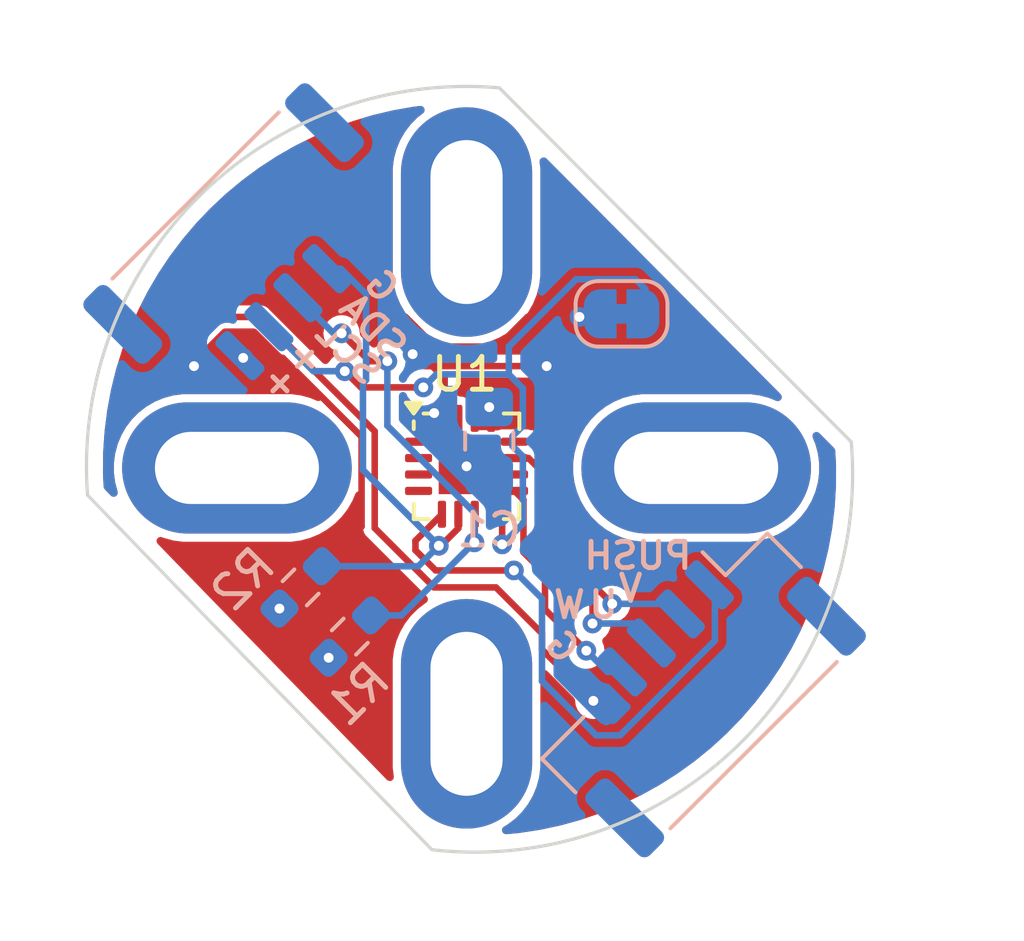
<source format=kicad_pcb>
(kicad_pcb (version 20240108) (generator "pcbnew") (generator_version "8.0")
  (layers (0 "F.Cu" signal) (31 "B.Cu" signal) (34 "B.Paste" user) (35 "F.Paste" user) (36 "B.SilkS" user "B.Silkscreen") (37 "F.SilkS" user "F.Silkscreen") (38 "B.Mask" user) (39 "F.Mask" user) (44 "Edge.Cuts" user))
  (net 0 "")
  (net 1 "+5V")
  (net 2 "GND")
  (net 3 "/SCL{slash}CLK")
  (net 4 "/SDA{slash}DO")
  (net 5 "/VDD{slash}CSN")
  (net 7 "Net-(J2-Pin_1)")
  (net 10 "Net-(J2-Pin_2)")
  (net 11 "Net-(J2-Pin_3)")
  (net 15 "Net-(J2-Pin_4)")
  (footprint "Package_DFN_QFN:QFN-16-1EP_3x3mm_P0.5mm_EP1.7x1.7mm" (layer "F.Cu") (at 146.308345 96.055687)
    (property "Reference" "U1" (at -0.058345 -2.805687 0) (layer "F.SilkS"))
    (property "Value" "MT6701QT")
    (fp_line (start -1.61 -1.135) (end -1.61 -1.37) (stroke (width 0.12)) (layer "F.SilkS"))
    (fp_line (start -1.61 1.61) (end -1.61 1.135) (stroke (width 0.12)) (layer "F.SilkS"))
    (fp_line (start -1.135 -1.61) (end -1.31 -1.61) (stroke (width 0.12)) (layer "F.SilkS"))
    (fp_line (start -1.135 1.61) (end -1.61 1.61) (stroke (width 0.12)) (layer "F.SilkS"))
    (fp_line (start 1.135 -1.61) (end 1.61 -1.61) (stroke (width 0.12)) (layer "F.SilkS"))
    (fp_line (start 1.135 1.61) (end 1.61 1.61) (stroke (width 0.12)) (layer "F.SilkS"))
    (fp_line (start 1.61 -1.61) (end 1.61 -1.135) (stroke (width 0.12)) (layer "F.SilkS"))
    (fp_line (start 1.61 1.61) (end 1.61 1.135) (stroke (width 0.12)) (layer "F.SilkS"))
    (fp_poly (pts (xy -1.61 -1.61) (xy -1.85 -1.94) (xy -1.37 -1.94) (xy -1.61 -1.61)) (stroke (width 0.12)) (fill solid) (layer "F.SilkS"))
    (pad "1" smd roundrect (at -1.4625 -0.75) (size 0.825 0.25) (layers "F.Cu" "F.Paste" "F.Mask"))
    (pad "2" smd roundrect (at -1.4625 -0.25) (size 0.825 0.25) (layers "F.Cu" "F.Paste" "F.Mask"))
    (pad "3" smd roundrect (at -1.4625 0.25) (size 0.825 0.25) (layers "F.Cu" "F.Paste" "F.Mask"))
    (pad "4" smd roundrect (at -1.4625 0.75) (size 0.825 0.25) (layers "F.Cu" "F.Paste" "F.Mask"))
    (pad "5" smd roundrect (at -0.75 1.4625) (size 0.25 0.825) (layers "F.Cu" "F.Paste" "F.Mask") (net 7 "Net-(J2-Pin_1)"))
    (pad "6" smd roundrect (at -0.25 1.4625) (size 0.25 0.825) (layers "F.Cu" "F.Paste" "F.Mask") (net 4 "/SDA{slash}DO"))
    (pad "7" smd roundrect (at 0.25 1.4625) (size 0.25 0.825) (layers "F.Cu" "F.Paste" "F.Mask") (net 3 "/SCL{slash}CLK"))
    (pad "8" smd roundrect (at 0.75 1.4625) (size 0.25 0.825) (layers "F.Cu" "F.Paste" "F.Mask") (net 5 "/VDD{slash}CSN"))
    (pad "9" smd roundrect (at 1.4625 0.75) (size 0.825 0.25) (layers "F.Cu" "F.Paste" "F.Mask") (net 15 "Net-(J2-Pin_4)"))
    (pad "10" smd roundrect (at 1.4625 0.25) (size 0.825 0.25) (layers "F.Cu" "F.Paste" "F.Mask"))
    (pad "11" smd roundrect (at 1.4625 -0.25) (size 0.825 0.25) (layers "F.Cu" "F.Paste" "F.Mask") (net 11 "Net-(J2-Pin_3)"))
    (pad "12" smd roundrect (at 1.4625 -0.75) (size 0.825 0.25) (layers "F.Cu" "F.Paste" "F.Mask") (net 10 "Net-(J2-Pin_2)"))
    (pad "13" smd roundrect (at 0.75 -1.4625) (size 0.25 0.825) (layers "F.Cu" "F.Paste" "F.Mask") (net 1 "+5V"))
    (pad "14" smd roundrect (at 0.25 -1.4625) (size 0.25 0.825) (layers "F.Cu" "F.Paste" "F.Mask") (net 1 "+5V"))
    (pad "15" smd roundrect (at -0.25 -1.4625) (size 0.25 0.825) (layers "F.Cu" "F.Paste" "F.Mask"))
    (pad "16" smd roundrect (at -0.75 -1.4625) (size 0.25 0.825) (layers "F.Cu" "F.Paste" "F.Mask") (net 2 "GND"))
    (pad "17" smd rect (at 0 0) (size 1.7 1.7) (property pad_prop_heatsink) (layers "F.Cu" "F.Mask") (net 2 "GND"))
  )
  (footprint "Connector_JST:JST_GH_SM05B-GHS-TB_1x05-1MP_P1.25mm_Horizontal" (layer "B.Cu") (at 139.858345 89.605687 45)
    (property "Reference" "J1" (hide yes))
    (property "Value" "Conn_01x05_Pin")
    (fp_line (start 3.59 -2.56) (end -3.59 -2.56) (stroke (width 0.12)) (layer "B.SilkS"))
    (pad "1" smd roundrect (at -2.499999 1.85 45) (size 0.6 1.7) (layers "B.Cu" "B.Paste" "B.Mask") (net 1 "+5V"))
    (pad "2" smd roundrect (at -1.25 1.85 45) (size 0.6 1.7) (layers "B.Cu" "B.Paste" "B.Mask") (net 5 "/VDD{slash}CSN"))
    (pad "3" smd roundrect (at 0 1.850001 45) (size 0.6 1.7) (layers "B.Cu" "B.Paste" "B.Mask") (net 3 "/SCL{slash}CLK"))
    (pad "4" smd roundrect (at 1.25 1.85 45) (size 0.6 1.7) (layers "B.Cu" "B.Paste" "B.Mask") (net 4 "/SDA{slash}DO"))
    (pad "5" smd roundrect (at 2.499999 1.85 45) (size 0.6 1.7) (layers "B.Cu" "B.Paste" "B.Mask") (net 2 "GND"))
    (pad "MP" smd roundrect (at -4.35 -1.35 45) (size 1 2.7) (layers "B.Cu" "B.Paste" "B.Mask"))
    (pad "MP" smd roundrect (at 4.35 -1.35 45) (size 1 2.7) (layers "B.Cu" "B.Paste" "B.Mask"))
  )
  (footprint "Resistor_SMD:R_0603_1608Metric_Pad0.98x0.95mm_HandSolder" (layer "B.Cu") (at 142.75 101.25 45)
    (property "Reference" "R1" (at -1.06066 1.414214 45) (layer "B.SilkS") (effects (justify mirror)))
    (property "Value" "5K")
    (fp_line (start 0.254724 -0.5225) (end -0.254724 -0.5225) (stroke (width 0.12)) (layer "B.SilkS"))
    (fp_line (start 0.254724 0.5225) (end -0.254724 0.5225) (stroke (width 0.12)) (layer "B.SilkS"))
    (pad "1" smd roundrect (at -0.9125 0 45) (size 0.975 0.95) (layers "B.Cu" "B.Paste" "B.Mask") (net 1 "+5V"))
    (pad "2" smd roundrect (at 0.9125 0 45) (size 0.975 0.95) (layers "B.Cu" "B.Paste" "B.Mask") (net 3 "/SCL{slash}CLK"))
  )
  (footprint "Capacitor_SMD:C_0805_2012Metric_Pad1.18x1.45mm_HandSolder" (layer "B.Cu") (at 147 95.2875 -90)
    (property "Reference" "C1" (at 2.7125 0 180) (layer "B.SilkS") (effects (justify mirror)))
    (property "Value" "100nF")
    (fp_line (start 0.261252 0.735) (end -0.261252 0.735) (stroke (width 0.12)) (layer "B.SilkS"))
    (fp_line (start 0.261252 -0.735) (end -0.261252 -0.735) (stroke (width 0.12)) (layer "B.SilkS"))
    (pad "1" smd roundrect (at -1.0375 0 270) (size 1.175 1.45) (layers "B.Cu" "B.Paste" "B.Mask") (roundrect_rratio 0.212766) (net 1 "+5V"))
    (pad "2" smd roundrect (at 1.0375 0 270) (size 1.175 1.45) (layers "B.Cu" "B.Paste" "B.Mask") (roundrect_rratio 0.212766) (net 2 "GND"))
  )
  (footprint "Resistor_SMD:R_0603_1608Metric_Pad0.98x0.95mm_HandSolder" (layer "B.Cu") (at 141.25 99.75 45)
    (property "Reference" "R2" (at -1.06066 -1.414214 45) (layer "B.SilkS") (effects (justify mirror)))
    (property "Value" "5K")
    (fp_line (start 0.254724 -0.5225) (end -0.254724 -0.5225) (stroke (width 0.12)) (layer "B.SilkS"))
    (fp_line (start 0.254724 0.5225) (end -0.254724 0.5225) (stroke (width 0.12)) (layer "B.SilkS"))
    (pad "1" smd roundrect (at -0.9125 0 45) (size 0.975 0.95) (layers "B.Cu" "B.Paste" "B.Mask") (net 1 "+5V"))
    (pad "2" smd roundrect (at 0.9125 0 45) (size 0.975 0.95) (layers "B.Cu" "B.Paste" "B.Mask") (net 4 "/SDA{slash}DO"))
  )
  (footprint "Jumper:SolderJumper-2_P1.3mm_Bridged_RoundedPad1.0x1.5mm" (layer "B.Cu") (at 151.033345 91.405687 180)
    (property "Reference" "JP1" (hide yes))
    (property "Value" "SolderJumper_2_Open")
    (fp_poly (pts (xy 0.25 0.3) (xy -0.25 0.3) (xy -0.25 -0.3) (xy 0.25 -0.3)) (fill solid) (layer "B.Cu"))
    (fp_line (start 1.4 -0.3) (end 1.4 0.3) (stroke (width 0.12)) (layer "B.SilkS"))
    (fp_line (start 0.7 1) (end -0.7 1) (stroke (width 0.12)) (layer "B.SilkS"))
    (fp_line (start -0.7 -1) (end 0.7 -1) (stroke (width 0.12)) (layer "B.SilkS"))
    (fp_line (start -1.4 0.3) (end -1.4 -0.3) (stroke (width 0.12)) (layer "B.SilkS"))
    (fp_arc (start 1.4 0.3) (mid 1.194975 0.794975) (end 0.7 1) (stroke (width 0.12)) (layer "B.SilkS"))
    (fp_arc (start 0.7 -1) (mid 1.194975 -0.794975) (end 1.4 -0.3) (stroke (width 0.12)) (layer "B.SilkS"))
    (fp_arc (start -0.7 1) (mid -1.194975 0.794975) (end -1.4 0.3) (stroke (width 0.12)) (layer "B.SilkS"))
    (fp_arc (start -1.4 -0.3) (mid -1.194975 -0.794975) (end -0.7 -1) (stroke (width 0.12)) (layer "B.SilkS"))
    (pad "1" smd custom (at -0.65 0 180) (size 1 0.5) (layers "B.Cu" "B.Mask") (net 5 "/VDD{slash}CSN") (options (clearance outline) (anchor rect)) (primitives (gr_circle (center 0 -0.25) (end 0.5 -0.25) (width 0) (fill yes)) (gr_circle (center 0 0.25) (end 0.5 0.25) (width 0) (fill yes)) (gr_poly (pts (xy 0.5 -0.75) (xy 0 -0.75) (xy 0 0.75) (xy 0.5 0.75)) (width 0) (fill yes))))
    (pad "2" smd custom (at 0.65 0 180) (size 1 0.5) (layers "B.Cu" "B.Mask") (net 1 "+5V") (options (clearance outline) (anchor rect)) (primitives (gr_circle (center 0 -0.25) (end 0.5 -0.25) (width 0) (fill yes)) (gr_circle (center 0 0.25) (end 0.5 0.25) (width 0) (fill yes)) (gr_poly (pts (xy 0 -0.75) (xy -0.5 -0.75) (xy -0.5 0.75) (xy 0 0.75)) (width 0) (fill yes))))
  )
  (footprint "Sharkbite:18XX-20XX Motor" (layer "B.Cu") (at 146.308345 96.105687 180)
    (property "Reference" "REF**" (hide yes))
    (property "Value" "18XX-20XX Motor" (hide yes))
    (pad "1" thru_hole oval (at -7 0 90) (size 4 7) (drill oval 2.2 5) (layers "*.Cu" "*.Mask"))
    (pad "1" thru_hole oval (at 0 -7.5) (size 4 7) (drill oval 2.2 5) (layers "*.Cu" "*.Mask"))
    (pad "1" thru_hole oval (at 0 7.5) (size 4 7) (drill oval 2.2 5) (layers "*.Cu" "*.Mask"))
    (pad "1" thru_hole oval (at 7 0 90) (size 4 7) (drill oval 2.2 5) (layers "*.Cu" "*.Mask"))
  )
  (footprint "Connector_JST:JST_GH_SM05B-GHS-TB_1x05-1MP_P1.25mm_Horizontal" (layer "B.Cu") (at 153.25 102.75 -135)
    (property "Reference" "J2" (hide yes))
    (property "Value" "Conn_01x05_Pin")
    (fp_line (start 4.86 1.710001) (end 4.86 0.26) (stroke (width 0.12)) (layer "B.SilkS"))
    (fp_line (start 3.06 1.71) (end 4.86 1.710001) (stroke (width 0.12)) (layer "B.SilkS"))
    (fp_line (start 3.59 -2.56) (end -3.59 -2.56) (stroke (width 0.12)) (layer "B.SilkS"))
    (fp_line (start -3.06 2.7) (end -3.06 1.71) (stroke (width 0.12)) (layer "B.SilkS"))
    (fp_line (start -3.06 1.71) (end -4.86 1.710001) (stroke (width 0.12)) (layer "B.SilkS"))
    (fp_line (start -4.86 1.710001) (end -4.86 0.26) (stroke (width 0.12)) (layer "B.SilkS"))
    (pad "1" smd roundrect (at -2.499999 1.85 225) (size 0.6 1.7) (layers "B.Cu" "B.Paste" "B.Mask") (net 7 "Net-(J2-Pin_1)"))
    (pad "2" smd roundrect (at -1.25 1.85 225) (size 0.6 1.7) (layers "B.Cu" "B.Paste" "B.Mask") (net 10 "Net-(J2-Pin_2)"))
    (pad "3" smd roundrect (at 0 1.850001 225) (size 0.6 1.7) (layers "B.Cu" "B.Paste" "B.Mask") (net 11 "Net-(J2-Pin_3)"))
    (pad "4" smd roundrect (at 1.25 1.85 225) (size 0.6 1.7) (layers "B.Cu" "B.Paste" "B.Mask") (net 15 "Net-(J2-Pin_4)"))
    (pad "5" smd roundrect (at 2.499999 1.85 225) (size 0.6 1.7) (layers "B.Cu" "B.Paste" "B.Mask") (net 2 "GND"))
    (pad "MP" smd roundrect (at -4.35 -1.35 225) (size 1 2.7) (layers "B.Cu" "B.Paste" "B.Mask"))
    (pad "MP" smd roundrect (at 4.35 -1.35 225) (size 1 2.7) (layers "B.Cu" "B.Paste" "B.Mask"))
  )
  (gr_line (start 134.755372 96.938165) (end 145.25 107.75) (stroke (width 0.1)) (layer "Edge.Cuts"))
  (gr_arc (start 158.034221 95.311536) (mid 154.590999 104.561628) (end 145.25 107.75) (stroke (width 0.1)) (layer "Edge.Cuts"))
  (gr_arc (start 134.755372 96.938165) (mid 138.157155 87.821121) (end 147.308345 84.512293) (stroke (width 0.1)) (layer "Edge.Cuts"))
  (gr_line (start 147.308345 84.512292) (end 158.034221 95.311536) (stroke (width 0.1)) (layer "Edge.Cuts"))
  (gr_text "PUSH\n" (at 153.25 99.25 0) (layer "B.SilkS") (effects (font (size 0.8 0.8) (thickness 0.15) (bold yes)) (justify left bottom mirror)))
  (gr_text "W" (at 150 100.75 0) (layer "B.SilkS") (effects (font (size 0.8 0.8) (thickness 0.15) (bold yes)) (justify left bottom mirror)))
  (gr_text "U" (at 151 100.75 0) (layer "B.SilkS") (effects (font (size 0.8 0.8) (thickness 0.15) (bold yes)) (justify left bottom mirror)))
  (gr_text "G" (at 149.25 102.25 315) (layer "B.SilkS") (effects (font (size 0.8 0.8) (thickness 0.15) (bold yes)) (justify left bottom mirror)))
  (gr_text "SDA" (at 144 93 315) (layer "B.SilkS") (effects (font (size 0.8 0.8) (thickness 0.15) (bold yes)) (justify left bottom mirror)))
  (gr_text "SCL" (at 143.25 93.75 315) (layer "B.SilkS") (effects (font (size 0.8 0.8) (thickness 0.15) (bold yes)) (justify left bottom mirror)))
  (gr_text "V" (at 151.75 100.25 0) (layer "B.SilkS") (effects (font (size 0.8 0.8) (thickness 0.15) (bold yes)) (justify left bottom mirror)))
  (gr_text "+" (at 141.5 93.5 315) (layer "B.SilkS") (effects (font (size 0.8 0.8) (thickness 0.15) (bold yes)) (justify left bottom mirror)))
  (gr_text "+" (at 140.75 94.25 315) (layer "B.SilkS") (effects (font (size 0.8 0.8) (thickness 0.15) (bold yes)) (justify left bottom mirror)))
  (gr_text "G" (at 143.75 91.25 315) (layer "B.SilkS") (effects (font (size 0.8 0.8) (thickness 0.15) (bold yes)) (justify left bottom mirror)))
  (segment (start 147 94.25) (end 147 94.534842) (width 0.2) (layer "F.Cu") (net 1))
  (segment (start 149.75 91.5) (end 148.166723 91.5) (width 0.2) (layer "F.Cu") (net 1))
  (segment (start 147 94.534842) (end 147.058345 94.593187) (width 0.2) (layer "F.Cu") (net 1))
  (segment (start 140.604765 100.395235) (end 143.108345 97.891655) (width 0.2) (layer "F.Cu") (net 1))
  (segment (start 147.261036 92.405687) (end 145.355654 92.405687) (width 0.2) (layer "F.Cu") (net 1))
  (segment (start 145.355654 92.405687) (end 144.449967 91.5) (width 0.2) (layer "F.Cu") (net 1))
  (segment (start 147 94.25) (end 146.901532 94.25) (width 0.2) (layer "F.Cu") (net 1))
  (segment (start 148.166723 91.5) (end 147.261036 92.405687) (width 0.2) (layer "F.Cu") (net 1))
  (segment (start 144.449967 91.5) (end 144 91.5) (width 0.2) (layer "F.Cu") (net 1))
  (segment (start 143.108345 95.152996) (end 140.705349 92.75) (width 0.2) (layer "F.Cu") (net 1))
  (segment (start 146.901532 94.25) (end 146.558345 94.593187) (width 0.2) (layer "F.Cu") (net 1))
  (segment (start 143.108345 97.891655) (end 143.108345 95.152996) (width 0.2) (layer "F.Cu") (net 1))
  (segment (start 140.705349 92.75) (end 139.5 92.75) (width 0.2) (layer "F.Cu") (net 1))
  (via (at 142.104765 101.895235) (size 0.6) (drill 0.3) (layers "F.Cu" "B.Cu") (net 1))
  (via (at 147 94.25) (size 0.6) (drill 0.3) (layers "F.Cu" "B.Cu") (net 1))
  (via (at 149.75 91.5) (size 0.6) (drill 0.3) (layers "F.Cu" "B.Cu") (net 1))
  (via (at 139.5 92.75) (size 0.6) (drill 0.3) (layers "F.Cu" "B.Cu") (net 1))
  (via (at 140.604765 100.395235) (size 0.6) (drill 0.3) (layers "F.Cu" "B.Cu") (net 1))
  (segment (start 148.608345 101.643878) (end 148.608345 101.152996) (width 0.2) (layer "F.Cu") (net 2))
  (segment (start 148.608345 101.152996) (end 147.205349 99.75) (width 0.2) (layer "F.Cu") (net 2))
  (segment (start 150.174086 103.209619) (end 148.608345 101.643878) (width 0.2) (layer "F.Cu") (net 2))
  (segment (start 145.321768 94.237105) (end 145.321768 94.431721) (width 0.2) (layer "F.Cu") (net 2))
  (segment (start 143.508345 94.98731) (end 140.510518 91.989482) (width 0.2) (layer "F.Cu") (net 2))
  (segment (start 147.205349 99.75) (end 145.319009 99.75) (width 0.2) (layer "F.Cu") (net 2))
  (segment (start 145.640857 93.918016) (end 145.321768 94.237105) (width 0.2) (layer "F.Cu") (net 2))
  (segment (start 144.665197 92.634469) (end 144.895788 92.634469) (width 0.2) (layer "F.Cu") (net 2))
  (segment (start 145.030728 93) (end 144.665197 92.634469) (width 0.2) (layer "F.Cu") (net 2))
  (segment (start 145.640857 93.379538) (end 145.640857 93.918016) (width 0.2) (layer "F.Cu") (net 2))
  (segment (start 140.021036 91.5) (end 138.75 91.5) (width 0.2) (layer "F.Cu") (net 2))
  (segment (start 145.319009 99.75) (end 143.508345 97.939336) (width 0.2) (layer "F.Cu") (net 2))
  (segment (start 140.510518 91.989482) (end 140.021036 91.5) (width 0.2) (layer "F.Cu") (net 2))
  (segment (start 148.75 93) (end 145.030728 93) (width 0.2) (layer "F.Cu") (net 2))
  (segment (start 138.75 91.5) (end 138 92.25) (width 0.2) (layer "F.Cu") (net 2))
  (segment (start 146.308345 96.055687) (end 145.558345 95.305687) (width 0.2) (layer "F.Cu") (net 2))
  (segment (start 143.508345 97.939336) (end 143.508345 94.98731) (width 0.2) (layer "F.Cu") (net 2))
  (segment (start 138 92.25) (end 138 93) (width 0.2) (layer "F.Cu") (net 2))
  (segment (start 145.558345 95.305687) (end 145.558345 94.593187) (width 0.2) (layer "F.Cu") (net 2))
  (segment (start 144.895788 92.634469) (end 145.640857 93.379538) (width 0.2) (layer "F.Cu") (net 2))
  (via (at 150.174086 103.209619) (size 0.6) (drill 0.3) (layers "F.Cu" "B.Cu") (net 2))
  (via (at 144.665197 92.634469) (size 0.6) (drill 0.3) (layers "F.Cu" "B.Cu") (net 2))
  (via (at 146.308345 96.055687) (size 0.6) (drill 0.3) (layers "F.Cu" "B.Cu") (net 2))
  (via (at 145.321768 94.431721) (size 0.6) (drill 0.3) (layers "F.Cu" "B.Cu") (net 2))
  (via (at 148.75 93) (size 0.6) (drill 0.3) (layers "F.Cu" "B.Cu") (net 2))
  (via (at 138 93) (size 0.6) (drill 0.3) (layers "F.Cu" "B.Cu") (net 2))
  (segment (start 146.558345 97.518187) (end 146.558345 98.364313) (width 0.2) (layer "F.Cu") (net 3))
  (segment (start 146.558345 98.364313) (end 146.545949 98.376709) (width 0.2) (layer "F.Cu") (net 3))
  (segment (start 142.5 92) (end 143.34966 92.84966) (width 0.2) (layer "F.Cu") (net 3))
  (segment (start 143.34966 92.84966) (end 143.894142 92.84966) (width 0.2) (layer "F.Cu") (net 3))
  (via (at 143.894142 92.84966) (size 0.6) (drill 0.3) (layers "F.Cu" "B.Cu") (net 3))
  (via (at 146.545949 98.376709) (size 0.6) (drill 0.3) (layers "F.Cu" "B.Cu") (net 3))
  (via (at 142.5 92) (size 0.6) (drill 0.3) (layers "F.Cu" "B.Cu") (net 3))
  (segment (start 142.5 92) (end 142.252658 92) (width 0.2) (layer "B.Cu") (net 3))
  (segment (start 143.894142 94.816386) (end 143.894142 92.84966) (width 0.2) (layer "B.Cu") (net 3))
  (segment (start 142.252658 92) (end 141.166493 90.913835) (width 0.2) (layer "B.Cu") (net 3))
  (segment (start 144.317893 100.604765) (end 146.545949 98.376709) (width 0.2) (layer "B.Cu") (net 3))
  (segment (start 143.395235 100.604765) (end 144.317893 100.604765) (width 0.2) (layer "B.Cu") (net 3))
  (segment (start 146.545949 98.376709) (end 146.545949 97.468193) (width 0.2) (layer "B.Cu") (net 3))
  (segment (start 146.545949 97.468193) (end 143.894142 94.816386) (width 0.2) (layer "B.Cu") (net 3))
  (segment (start 146.058345 97.518187) (end 146.058345 97.945073) (width 0.2) (layer "F.Cu") (net 4))
  (segment (start 146.058345 97.945073) (end 145.524027 98.479391) (width 0.2) (layer "F.Cu") (net 4))
  (segment (start 145.524027 98.479391) (end 145.462615 98.479391) (width 0.2) (layer "F.Cu") (net 4))
  (via (at 145.462615 98.479391) (size 0.6) (drill 0.3) (layers "F.Cu" "B.Cu") (net 4))
  (segment (start 143.15 93.519239) (end 143.15 96.166776) (width 0.2) (layer "B.Cu") (net 4))
  (segment (start 143.15 96.166776) (end 145.462615 98.479391) (width 0.2) (layer "B.Cu") (net 4))
  (segment (start 141.895235 99.104765) (end 144.837241 99.104765) (width 0.2) (layer "B.Cu") (net 4))
  (segment (start 144.837241 99.104765) (end 145.462615 98.479391) (width 0.2) (layer "B.Cu") (net 4))
  (segment (start 142.050376 90.029951) (end 142.47464 90.029951) (width 0.2) (layer "B.Cu") (net 4))
  (segment (start 142.47464 90.029951) (end 143.245137 90.800448) (width 0.2) (layer "B.Cu") (net 4))
  (segment (start 143.245137 93.424102) (end 143.15 93.519239) (width 0.2) (layer "B.Cu") (net 4))
  (segment (start 143.245137 90.800448) (end 143.245137 93.424102) (width 0.2) (layer "B.Cu") (net 4))
  (segment (start 142.595137 93.154863) (end 143.089051 93.648777) (width 0.2) (layer "F.Cu") (net 5))
  (segment (start 147.393729 97.853571) (end 147.393729 98.438143) (width 0.2) (layer "F.Cu") (net 5))
  (segment (start 143.089051 93.648777) (end 144.990857 93.648777) (width 0.2) (layer "F.Cu") (net 5))
  (segment (start 147.058345 97.518187) (end 147.393729 97.853571) (width 0.2) (layer "F.Cu") (net 5))
  (via (at 142.595137 93.154863) (size 0.6) (drill 0.3) (layers "F.Cu" "B.Cu") (net 5))
  (via (at 147.393729 98.438143) (size 0.6) (drill 0.3) (layers "F.Cu" "B.Cu") (net 5))
  (via (at 144.990857 93.648777) (size 0.6) (drill 0.3) (layers "F.Cu" "B.Cu") (net 5))
  (segment (start 148.025 97.806872) (end 147.393729 98.438143) (width 0.2) (layer "B.Cu") (net 5))
  (segment (start 151.458345 90.350687) (end 149.649313 90.350687) (width 0.2) (layer "B.Cu") (net 5))
  (segment (start 140.282609 91.797718) (end 141.639754 93.154863) (width 0.2) (layer "B.Cu") (net 5))
  (segment (start 148.025 95.752756) (end 148.025 97.806872) (width 0.2) (layer "B.Cu") (net 5))
  (segment (start 149.649313 90.350687) (end 147.597244 92.402756) (width 0.2) (layer "B.Cu") (net 5))
  (segment (start 148.025 94.822244) (end 147.709744 95.1375) (width 0.2) (layer "B.Cu") (net 5))
  (segment (start 151.758345 91.405687) (end 151.758345 90.650687) (width 0.2) (layer "B.Cu") (net 5))
  (segment (start 147.597244 92.402756) (end 147.597244 93.25) (width 0.2) (layer "B.Cu") (net 5))
  (segment (start 147.709744 95.4375) (end 148.025 95.752756) (width 0.2) (layer "B.Cu") (net 5))
  (segment (start 148.025 93.677756) (end 148.025 94.822244) (width 0.2) (layer "B.Cu") (net 5))
  (segment (start 147.709744 95.1375) (end 147.709744 95.4375) (width 0.2) (layer "B.Cu") (net 5))
  (segment (start 147.597244 93.25) (end 145.389634 93.25) (width 0.2) (layer "B.Cu") (net 5))
  (segment (start 147.597244 93.25) (end 148.025 93.677756) (width 0.2) (layer "B.Cu") (net 5))
  (segment (start 145.389634 93.25) (end 144.990857 93.648777) (width 0.2) (layer "B.Cu") (net 5))
  (segment (start 141.639754 93.154863) (end 142.595137 93.154863) (width 0.2) (layer "B.Cu") (net 5))
  (segment (start 151.758345 90.650687) (end 151.458345 90.350687) (width 0.2) (layer "B.Cu") (net 5))
  (segment (start 145.366572 99.231877) (end 144.75 98.615305) (width 0.2) (layer "F.Cu") (net 7))
  (segment (start 147.751975 99.231877) (end 145.366572 99.231877) (width 0.2) (layer "F.Cu") (net 7))
  (segment (start 144.75 98.326532) (end 145.558345 97.518187) (width 0.2) (layer "F.Cu") (net 7))
  (segment (start 144.75 98.615305) (end 144.75 98.326532) (width 0.2) (layer "F.Cu") (net 7))
  (via (at 147.751975 99.231877) (size 0.6) (drill 0.3) (layers "F.Cu" "B.Cu") (net 7))
  (segment (start 150.986402 104.263598) (end 153.879715 101.370285) (width 0.2) (layer "B.Cu") (net 7))
  (segment (start 150.263598 104.263598) (end 150.986402 104.263598) (width 0.2) (layer "B.Cu") (net 7))
  (segment (start 153.879715 99.844182) (end 153.709619 99.674086) (width 0.2) (layer "B.Cu") (net 7))
  (segment (start 148.608345 100.088247) (end 148.608345 102.608345) (width 0.2) (layer "B.Cu") (net 7))
  (segment (start 153.879715 101.370285) (end 153.879715 99.844182) (width 0.2) (layer "B.Cu") (net 7))
  (segment (start 148.608345 102.608345) (end 150.263598 104.263598) (width 0.2) (layer "B.Cu") (net 7))
  (segment (start 147.751975 99.231877) (end 148.608345 100.088247) (width 0.2) (layer "B.Cu") (net 7))
  (segment (start 148.263417 95.305687) (end 148.9 95.94227) (width 0.2) (layer "F.Cu") (net 10))
  (segment (start 148.9 95.94227) (end 148.9 98.4) (width 0.2) (layer "F.Cu") (net 10))
  (segment (start 148.9 98.4) (end 150.75 100.25) (width 0.2) (layer "F.Cu") (net 10))
  (segment (start 147.770845 95.305687) (end 148.263417 95.305687) (width 0.2) (layer "F.Cu") (net 10))
  (via (at 150.75 100.25) (size 0.6) (drill 0.3) (layers "F.Cu" "B.Cu") (net 10))
  (segment (start 152.517767 100.25) (end 152.825736 100.557969) (width 0.2) (layer "B.Cu") (net 10))
  (segment (start 150.75 100.25) (end 152.517767 100.25) (width 0.2) (layer "B.Cu") (net 10))
  (segment (start 148.197731 95.805687) (end 148.5 96.107956) (width 0.2) (layer "F.Cu") (net 11))
  (segment (start 148.5 98.565686) (end 150.148957 100.214643) (width 0.2) (layer "F.Cu") (net 11))
  (segment (start 148.5 96.107956) (end 148.5 98.565686) (width 0.2) (layer "F.Cu") (net 11))
  (segment (start 147.770845 95.805687) (end 148.197731 95.805687) (width 0.2) (layer "F.Cu") (net 11))
  (segment (start 150.148957 100.214643) (end 150.148957 100.851043) (width 0.2) (layer "F.Cu") (net 11))
  (via (at 150.148957 100.851043) (size 0.6) (drill 0.3) (layers "F.Cu" "B.Cu") (net 11))
  (segment (start 151.351043 100.851043) (end 150.148957 100.851043) (width 0.2) (layer "B.Cu") (net 11))
  (segment (start 151.941852 101.441852) (end 151.351043 100.851043) (width 0.2) (layer "B.Cu") (net 11))
  (segment (start 148.043729 97.078571) (end 148.043729 98.675101) (width 0.2) (layer "F.Cu") (net 15))
  (segment (start 148.043729 98.675101) (end 148.700001 99.331373) (width 0.2) (layer "F.Cu") (net 15))
  (segment (start 148.700001 99.331373) (end 148.700001 100.420705) (width 0.2) (layer "F.Cu") (net 15))
  (segment (start 147.770845 96.805687) (end 148.043729 97.078571) (width 0.2) (layer "F.Cu") (net 15))
  (segment (start 148.700001 100.420705) (end 149.958798 101.679502) (width 0.2) (layer "F.Cu") (net 15))
  (via (at 149.958798 101.679502) (size 0.6) (drill 0.3) (layers "F.Cu" "B.Cu") (net 15))
  (segment (start 150.605032 102.325736) (end 149.958798 101.679502) (width 0.2) (layer "B.Cu") (net 15))
  (segment (start 151.057969 102.325736) (end 150.605032 102.325736) (width 0.2) (layer "B.Cu") (net 15))
  (zone (net 1) (net_name "+5V") (layer "F.Cu") (priority 1) (connect_pads yes (clearance 0.25)) (min_thickness 0.25) (fill yes (thermal_gap 0.5) (thermal_bridge_width 0.5))
    (polygon (pts (xy 163.25 110.555687) (xy 132.25 110.555687) (xy 132.25 82.555687) (xy 163.25 82.555687)))
  )
  (zone (net 2) (net_name "GND") (layer "B.Cu") (priority 1) (connect_pads yes (clearance 0.25)) (min_thickness 0.25) (fill yes (thermal_gap 0.5) (thermal_bridge_width 0.5))
    (polygon (pts (xy 163.308345 110.055687) (xy 132.308345 110.055687) (xy 132.308345 82.055687) (xy 163.308345 82.055687)))
  )
)
</source>
